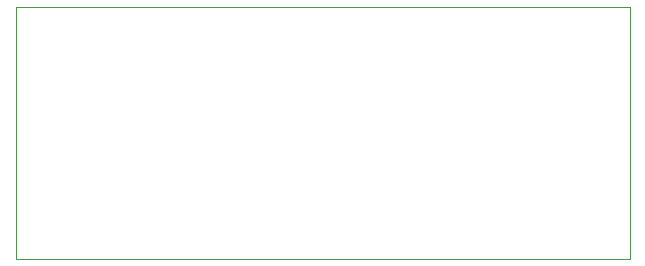
<source format=gbr>
G04 #@! TF.GenerationSoftware,KiCad,Pcbnew,5.1.5-52549c5~86~ubuntu16.04.1*
G04 #@! TF.CreationDate,2020-11-24T19:11:49+05:30*
G04 #@! TF.ProjectId,IR_Sensor_Module_555_V1.0_B,49525f53-656e-4736-9f72-5f4d6f64756c,V1.0*
G04 #@! TF.SameCoordinates,Original*
G04 #@! TF.FileFunction,Profile,NP*
%FSLAX46Y46*%
G04 Gerber Fmt 4.6, Leading zero omitted, Abs format (unit mm)*
G04 Created by KiCad (PCBNEW 5.1.5-52549c5~86~ubuntu16.04.1) date 2020-11-24 19:11:49*
%MOMM*%
%LPD*%
G04 APERTURE LIST*
%ADD10C,0.050000*%
G04 APERTURE END LIST*
D10*
X99000000Y-119380000D02*
X99000000Y-98000000D01*
X151000000Y-119380000D02*
X99000000Y-119380000D01*
X151000000Y-98000000D02*
X151000000Y-119380000D01*
X99000000Y-98000000D02*
X151000000Y-98000000D01*
M02*

</source>
